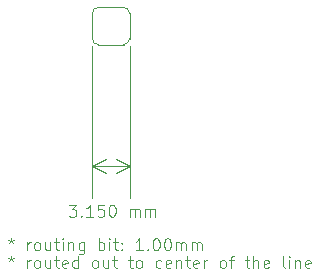
<source format=gbr>
%FSLAX34Y34*%
G04 Gerber Fmt 3.4, Leading zero omitted, Abs format*
G04 (created by PCBNEW (2014-04-04 BZR 4786)-product) date Sun 06 Apr 2014 03:41:04 AM CEST*
%MOIN*%
G01*
G70*
G90*
G04 APERTURE LIST*
%ADD10C,0.005906*%
%ADD11C,0.003937*%
G04 APERTURE END LIST*
G54D10*
G54D11*
X63576Y-40620D02*
X64423Y-40620D01*
X63379Y-39576D02*
X63379Y-40423D01*
X64423Y-39379D02*
X63576Y-39379D01*
X64620Y-40423D02*
X64620Y-39576D01*
X64423Y-40620D02*
G75*
G03X64620Y-40423I0J196D01*
G74*
G01*
X63379Y-40423D02*
G75*
G03X63576Y-40620I196J0D01*
G74*
G01*
X63576Y-39379D02*
G75*
G03X63379Y-39576I0J-196D01*
G74*
G01*
X64620Y-39576D02*
G75*
G03X64423Y-39379I-196J0D01*
G74*
G01*
X62596Y-45963D02*
X62840Y-45963D01*
X62709Y-46113D01*
X62765Y-46113D01*
X62802Y-46132D01*
X62821Y-46151D01*
X62840Y-46188D01*
X62840Y-46282D01*
X62821Y-46319D01*
X62802Y-46338D01*
X62765Y-46357D01*
X62652Y-46357D01*
X62615Y-46338D01*
X62596Y-46319D01*
X63009Y-46319D02*
X63027Y-46338D01*
X63009Y-46357D01*
X62990Y-46338D01*
X63009Y-46319D01*
X63009Y-46357D01*
X63402Y-46357D02*
X63177Y-46357D01*
X63290Y-46357D02*
X63290Y-45963D01*
X63252Y-46019D01*
X63215Y-46057D01*
X63177Y-46076D01*
X63759Y-45963D02*
X63571Y-45963D01*
X63552Y-46151D01*
X63571Y-46132D01*
X63609Y-46113D01*
X63702Y-46113D01*
X63740Y-46132D01*
X63759Y-46151D01*
X63777Y-46188D01*
X63777Y-46282D01*
X63759Y-46319D01*
X63740Y-46338D01*
X63702Y-46357D01*
X63609Y-46357D01*
X63571Y-46338D01*
X63552Y-46319D01*
X64021Y-45963D02*
X64059Y-45963D01*
X64096Y-45982D01*
X64115Y-46001D01*
X64134Y-46038D01*
X64152Y-46113D01*
X64152Y-46207D01*
X64134Y-46282D01*
X64115Y-46319D01*
X64096Y-46338D01*
X64059Y-46357D01*
X64021Y-46357D01*
X63984Y-46338D01*
X63965Y-46319D01*
X63946Y-46282D01*
X63927Y-46207D01*
X63927Y-46113D01*
X63946Y-46038D01*
X63965Y-46001D01*
X63984Y-45982D01*
X64021Y-45963D01*
X64621Y-46357D02*
X64621Y-46094D01*
X64621Y-46132D02*
X64640Y-46113D01*
X64677Y-46094D01*
X64733Y-46094D01*
X64771Y-46113D01*
X64790Y-46151D01*
X64790Y-46357D01*
X64790Y-46151D02*
X64808Y-46113D01*
X64846Y-46094D01*
X64902Y-46094D01*
X64940Y-46113D01*
X64958Y-46151D01*
X64958Y-46357D01*
X65146Y-46357D02*
X65146Y-46094D01*
X65146Y-46132D02*
X65165Y-46113D01*
X65202Y-46094D01*
X65258Y-46094D01*
X65296Y-46113D01*
X65315Y-46151D01*
X65315Y-46357D01*
X65315Y-46151D02*
X65333Y-46113D01*
X65371Y-46094D01*
X65427Y-46094D01*
X65465Y-46113D01*
X65483Y-46151D01*
X65483Y-46357D01*
X63379Y-44659D02*
X64620Y-44659D01*
X63379Y-40679D02*
X63379Y-45722D01*
X64620Y-40679D02*
X64620Y-45722D01*
X64620Y-44659D02*
X64176Y-44890D01*
X64620Y-44659D02*
X64176Y-44428D01*
X63379Y-44659D02*
X63823Y-44890D01*
X63379Y-44659D02*
X63823Y-44428D01*
X60669Y-47079D02*
X60669Y-47173D01*
X60575Y-47135D02*
X60669Y-47173D01*
X60763Y-47135D01*
X60613Y-47248D02*
X60669Y-47173D01*
X60725Y-47248D01*
X61213Y-47473D02*
X61213Y-47210D01*
X61213Y-47285D02*
X61232Y-47248D01*
X61250Y-47229D01*
X61288Y-47210D01*
X61325Y-47210D01*
X61513Y-47473D02*
X61475Y-47454D01*
X61457Y-47435D01*
X61438Y-47398D01*
X61438Y-47285D01*
X61457Y-47248D01*
X61475Y-47229D01*
X61513Y-47210D01*
X61569Y-47210D01*
X61607Y-47229D01*
X61625Y-47248D01*
X61644Y-47285D01*
X61644Y-47398D01*
X61625Y-47435D01*
X61607Y-47454D01*
X61569Y-47473D01*
X61513Y-47473D01*
X61982Y-47210D02*
X61982Y-47473D01*
X61813Y-47210D02*
X61813Y-47417D01*
X61832Y-47454D01*
X61869Y-47473D01*
X61925Y-47473D01*
X61963Y-47454D01*
X61982Y-47435D01*
X62113Y-47210D02*
X62263Y-47210D01*
X62169Y-47079D02*
X62169Y-47417D01*
X62188Y-47454D01*
X62225Y-47473D01*
X62263Y-47473D01*
X62394Y-47473D02*
X62394Y-47210D01*
X62394Y-47079D02*
X62375Y-47098D01*
X62394Y-47117D01*
X62413Y-47098D01*
X62394Y-47079D01*
X62394Y-47117D01*
X62581Y-47210D02*
X62581Y-47473D01*
X62581Y-47248D02*
X62600Y-47229D01*
X62638Y-47210D01*
X62694Y-47210D01*
X62731Y-47229D01*
X62750Y-47267D01*
X62750Y-47473D01*
X63106Y-47210D02*
X63106Y-47529D01*
X63088Y-47567D01*
X63069Y-47585D01*
X63031Y-47604D01*
X62975Y-47604D01*
X62938Y-47585D01*
X63106Y-47454D02*
X63069Y-47473D01*
X62994Y-47473D01*
X62956Y-47454D01*
X62938Y-47435D01*
X62919Y-47398D01*
X62919Y-47285D01*
X62938Y-47248D01*
X62956Y-47229D01*
X62994Y-47210D01*
X63069Y-47210D01*
X63106Y-47229D01*
X63594Y-47473D02*
X63594Y-47079D01*
X63594Y-47229D02*
X63631Y-47210D01*
X63706Y-47210D01*
X63744Y-47229D01*
X63763Y-47248D01*
X63781Y-47285D01*
X63781Y-47398D01*
X63763Y-47435D01*
X63744Y-47454D01*
X63706Y-47473D01*
X63631Y-47473D01*
X63594Y-47454D01*
X63950Y-47473D02*
X63950Y-47210D01*
X63950Y-47079D02*
X63931Y-47098D01*
X63950Y-47117D01*
X63969Y-47098D01*
X63950Y-47079D01*
X63950Y-47117D01*
X64081Y-47210D02*
X64231Y-47210D01*
X64137Y-47079D02*
X64137Y-47417D01*
X64156Y-47454D01*
X64194Y-47473D01*
X64231Y-47473D01*
X64362Y-47435D02*
X64381Y-47454D01*
X64362Y-47473D01*
X64344Y-47454D01*
X64362Y-47435D01*
X64362Y-47473D01*
X64362Y-47229D02*
X64381Y-47248D01*
X64362Y-47267D01*
X64344Y-47248D01*
X64362Y-47229D01*
X64362Y-47267D01*
X65056Y-47473D02*
X64831Y-47473D01*
X64944Y-47473D02*
X64944Y-47079D01*
X64906Y-47135D01*
X64869Y-47173D01*
X64831Y-47192D01*
X65225Y-47435D02*
X65244Y-47454D01*
X65225Y-47473D01*
X65206Y-47454D01*
X65225Y-47435D01*
X65225Y-47473D01*
X65487Y-47079D02*
X65525Y-47079D01*
X65562Y-47098D01*
X65581Y-47117D01*
X65600Y-47154D01*
X65619Y-47229D01*
X65619Y-47323D01*
X65600Y-47398D01*
X65581Y-47435D01*
X65562Y-47454D01*
X65525Y-47473D01*
X65487Y-47473D01*
X65450Y-47454D01*
X65431Y-47435D01*
X65412Y-47398D01*
X65394Y-47323D01*
X65394Y-47229D01*
X65412Y-47154D01*
X65431Y-47117D01*
X65450Y-47098D01*
X65487Y-47079D01*
X65862Y-47079D02*
X65900Y-47079D01*
X65937Y-47098D01*
X65956Y-47117D01*
X65975Y-47154D01*
X65994Y-47229D01*
X65994Y-47323D01*
X65975Y-47398D01*
X65956Y-47435D01*
X65937Y-47454D01*
X65900Y-47473D01*
X65862Y-47473D01*
X65825Y-47454D01*
X65806Y-47435D01*
X65787Y-47398D01*
X65769Y-47323D01*
X65769Y-47229D01*
X65787Y-47154D01*
X65806Y-47117D01*
X65825Y-47098D01*
X65862Y-47079D01*
X66162Y-47473D02*
X66162Y-47210D01*
X66162Y-47248D02*
X66181Y-47229D01*
X66218Y-47210D01*
X66275Y-47210D01*
X66312Y-47229D01*
X66331Y-47267D01*
X66331Y-47473D01*
X66331Y-47267D02*
X66350Y-47229D01*
X66387Y-47210D01*
X66443Y-47210D01*
X66481Y-47229D01*
X66500Y-47267D01*
X66500Y-47473D01*
X66687Y-47473D02*
X66687Y-47210D01*
X66687Y-47248D02*
X66706Y-47229D01*
X66743Y-47210D01*
X66800Y-47210D01*
X66837Y-47229D01*
X66856Y-47267D01*
X66856Y-47473D01*
X66856Y-47267D02*
X66875Y-47229D01*
X66912Y-47210D01*
X66968Y-47210D01*
X67006Y-47229D01*
X67025Y-47267D01*
X67025Y-47473D01*
X60669Y-47670D02*
X60669Y-47763D01*
X60575Y-47726D02*
X60669Y-47763D01*
X60763Y-47726D01*
X60613Y-47838D02*
X60669Y-47763D01*
X60725Y-47838D01*
X61213Y-48063D02*
X61213Y-47801D01*
X61213Y-47876D02*
X61232Y-47838D01*
X61250Y-47820D01*
X61288Y-47801D01*
X61325Y-47801D01*
X61513Y-48063D02*
X61475Y-48045D01*
X61457Y-48026D01*
X61438Y-47988D01*
X61438Y-47876D01*
X61457Y-47838D01*
X61475Y-47820D01*
X61513Y-47801D01*
X61569Y-47801D01*
X61607Y-47820D01*
X61625Y-47838D01*
X61644Y-47876D01*
X61644Y-47988D01*
X61625Y-48026D01*
X61607Y-48045D01*
X61569Y-48063D01*
X61513Y-48063D01*
X61982Y-47801D02*
X61982Y-48063D01*
X61813Y-47801D02*
X61813Y-48007D01*
X61832Y-48045D01*
X61869Y-48063D01*
X61925Y-48063D01*
X61963Y-48045D01*
X61982Y-48026D01*
X62113Y-47801D02*
X62263Y-47801D01*
X62169Y-47670D02*
X62169Y-48007D01*
X62188Y-48045D01*
X62225Y-48063D01*
X62263Y-48063D01*
X62544Y-48045D02*
X62506Y-48063D01*
X62431Y-48063D01*
X62394Y-48045D01*
X62375Y-48007D01*
X62375Y-47857D01*
X62394Y-47820D01*
X62431Y-47801D01*
X62506Y-47801D01*
X62544Y-47820D01*
X62563Y-47857D01*
X62563Y-47895D01*
X62375Y-47932D01*
X62900Y-48063D02*
X62900Y-47670D01*
X62900Y-48045D02*
X62863Y-48063D01*
X62788Y-48063D01*
X62750Y-48045D01*
X62731Y-48026D01*
X62713Y-47988D01*
X62713Y-47876D01*
X62731Y-47838D01*
X62750Y-47820D01*
X62788Y-47801D01*
X62863Y-47801D01*
X62900Y-47820D01*
X63444Y-48063D02*
X63406Y-48045D01*
X63388Y-48026D01*
X63369Y-47988D01*
X63369Y-47876D01*
X63388Y-47838D01*
X63406Y-47820D01*
X63444Y-47801D01*
X63500Y-47801D01*
X63538Y-47820D01*
X63556Y-47838D01*
X63575Y-47876D01*
X63575Y-47988D01*
X63556Y-48026D01*
X63538Y-48045D01*
X63500Y-48063D01*
X63444Y-48063D01*
X63913Y-47801D02*
X63913Y-48063D01*
X63744Y-47801D02*
X63744Y-48007D01*
X63763Y-48045D01*
X63800Y-48063D01*
X63856Y-48063D01*
X63894Y-48045D01*
X63913Y-48026D01*
X64044Y-47801D02*
X64194Y-47801D01*
X64100Y-47670D02*
X64100Y-48007D01*
X64119Y-48045D01*
X64156Y-48063D01*
X64194Y-48063D01*
X64569Y-47801D02*
X64719Y-47801D01*
X64625Y-47670D02*
X64625Y-48007D01*
X64644Y-48045D01*
X64681Y-48063D01*
X64719Y-48063D01*
X64906Y-48063D02*
X64869Y-48045D01*
X64850Y-48026D01*
X64831Y-47988D01*
X64831Y-47876D01*
X64850Y-47838D01*
X64869Y-47820D01*
X64906Y-47801D01*
X64962Y-47801D01*
X65000Y-47820D01*
X65019Y-47838D01*
X65037Y-47876D01*
X65037Y-47988D01*
X65019Y-48026D01*
X65000Y-48045D01*
X64962Y-48063D01*
X64906Y-48063D01*
X65675Y-48045D02*
X65637Y-48063D01*
X65562Y-48063D01*
X65525Y-48045D01*
X65506Y-48026D01*
X65487Y-47988D01*
X65487Y-47876D01*
X65506Y-47838D01*
X65525Y-47820D01*
X65562Y-47801D01*
X65637Y-47801D01*
X65675Y-47820D01*
X65994Y-48045D02*
X65956Y-48063D01*
X65881Y-48063D01*
X65844Y-48045D01*
X65825Y-48007D01*
X65825Y-47857D01*
X65844Y-47820D01*
X65881Y-47801D01*
X65956Y-47801D01*
X65994Y-47820D01*
X66012Y-47857D01*
X66012Y-47895D01*
X65825Y-47932D01*
X66181Y-47801D02*
X66181Y-48063D01*
X66181Y-47838D02*
X66200Y-47820D01*
X66237Y-47801D01*
X66293Y-47801D01*
X66331Y-47820D01*
X66350Y-47857D01*
X66350Y-48063D01*
X66481Y-47801D02*
X66631Y-47801D01*
X66537Y-47670D02*
X66537Y-48007D01*
X66556Y-48045D01*
X66593Y-48063D01*
X66631Y-48063D01*
X66912Y-48045D02*
X66875Y-48063D01*
X66800Y-48063D01*
X66762Y-48045D01*
X66743Y-48007D01*
X66743Y-47857D01*
X66762Y-47820D01*
X66800Y-47801D01*
X66875Y-47801D01*
X66912Y-47820D01*
X66931Y-47857D01*
X66931Y-47895D01*
X66743Y-47932D01*
X67100Y-48063D02*
X67100Y-47801D01*
X67100Y-47876D02*
X67118Y-47838D01*
X67137Y-47820D01*
X67175Y-47801D01*
X67212Y-47801D01*
X67700Y-48063D02*
X67662Y-48045D01*
X67643Y-48026D01*
X67625Y-47988D01*
X67625Y-47876D01*
X67643Y-47838D01*
X67662Y-47820D01*
X67700Y-47801D01*
X67756Y-47801D01*
X67793Y-47820D01*
X67812Y-47838D01*
X67831Y-47876D01*
X67831Y-47988D01*
X67812Y-48026D01*
X67793Y-48045D01*
X67756Y-48063D01*
X67700Y-48063D01*
X67943Y-47801D02*
X68093Y-47801D01*
X68000Y-48063D02*
X68000Y-47726D01*
X68018Y-47688D01*
X68056Y-47670D01*
X68093Y-47670D01*
X68468Y-47801D02*
X68618Y-47801D01*
X68524Y-47670D02*
X68524Y-48007D01*
X68543Y-48045D01*
X68581Y-48063D01*
X68618Y-48063D01*
X68749Y-48063D02*
X68749Y-47670D01*
X68918Y-48063D02*
X68918Y-47857D01*
X68899Y-47820D01*
X68862Y-47801D01*
X68806Y-47801D01*
X68768Y-47820D01*
X68749Y-47838D01*
X69256Y-48045D02*
X69218Y-48063D01*
X69143Y-48063D01*
X69106Y-48045D01*
X69087Y-48007D01*
X69087Y-47857D01*
X69106Y-47820D01*
X69143Y-47801D01*
X69218Y-47801D01*
X69256Y-47820D01*
X69274Y-47857D01*
X69274Y-47895D01*
X69087Y-47932D01*
X69799Y-48063D02*
X69762Y-48045D01*
X69743Y-48007D01*
X69743Y-47670D01*
X69949Y-48063D02*
X69949Y-47801D01*
X69949Y-47670D02*
X69931Y-47688D01*
X69949Y-47707D01*
X69968Y-47688D01*
X69949Y-47670D01*
X69949Y-47707D01*
X70137Y-47801D02*
X70137Y-48063D01*
X70137Y-47838D02*
X70155Y-47820D01*
X70193Y-47801D01*
X70249Y-47801D01*
X70287Y-47820D01*
X70305Y-47857D01*
X70305Y-48063D01*
X70643Y-48045D02*
X70605Y-48063D01*
X70530Y-48063D01*
X70493Y-48045D01*
X70474Y-48007D01*
X70474Y-47857D01*
X70493Y-47820D01*
X70530Y-47801D01*
X70605Y-47801D01*
X70643Y-47820D01*
X70662Y-47857D01*
X70662Y-47895D01*
X70474Y-47932D01*
M02*

</source>
